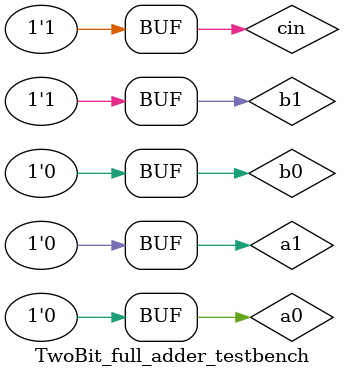
<source format=v>
`timescale 1ns / 1ps
module TwoBit_full_adder_testbench;
    reg a0,b0,cin,a1,b1;
    wire s0,s1,c1;
    TwoBit_full_adder uut(.a0(a0) , .b0(b0), .a1(a1) , .b1(b1),.cin(cin), .s0(s0), .s1(s1), .c1(c1));
    initial begin 
        cin = 0; #10;
        a0 = 0; #10;
        b0 = 0; #10; //a=0 b=0 cin=0
        a0 = 1; #10; //a=1 b=0 cin=0
        b0 = 1; #10; //a=1 b=1 cin=0
        a0 = 0; #10; //a=0 b=1 cin=0
        cin = 1; #10; //a=0 b=1 cin=1
        a0 = 1; #10; //a=1 b=1 cin=1
        b0 = 0; #10; //a=1 b=0 cin=1
        a0 = 0; #10; //a=0 b=0 cin=1
        
        a1 = 0; #10;
        b1 = 0; #10; //a=0 b=0 
        a1 = 1; #10; //a=1 b=0 
        b1 = 1; #10; //a=1 b=1 
        a1 = 0; #10; //a=0 b=1        
        end
endmodule

</source>
